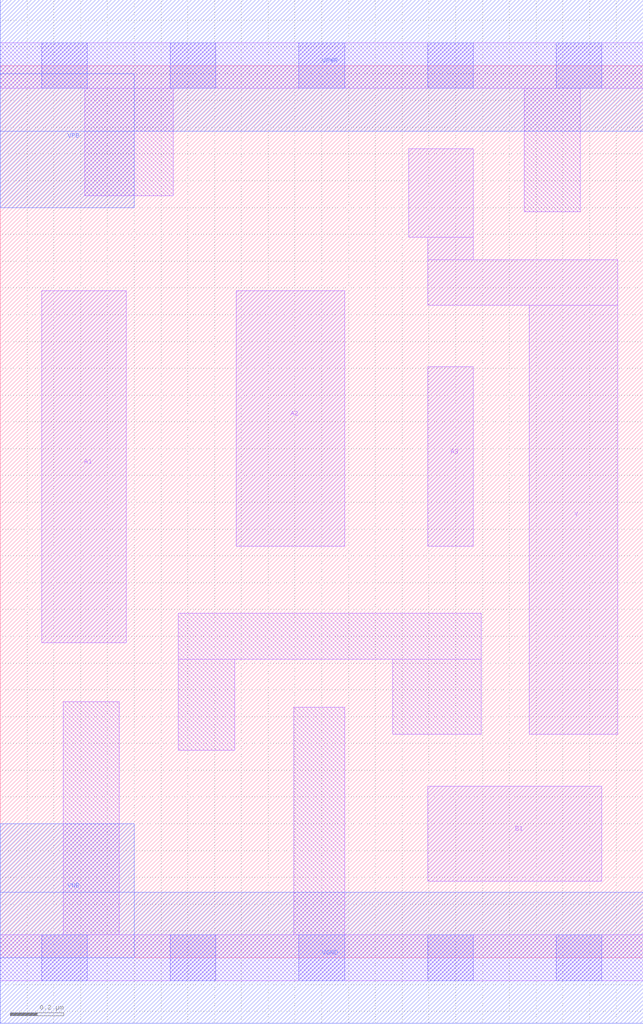
<source format=lef>
# Copyright 2020 The SkyWater PDK Authors
#
# Licensed under the Apache License, Version 2.0 (the "License");
# you may not use this file except in compliance with the License.
# You may obtain a copy of the License at
#
#     https://www.apache.org/licenses/LICENSE-2.0
#
# Unless required by applicable law or agreed to in writing, software
# distributed under the License is distributed on an "AS IS" BASIS,
# WITHOUT WARRANTIES OR CONDITIONS OF ANY KIND, either express or implied.
# See the License for the specific language governing permissions and
# limitations under the License.
#
# SPDX-License-Identifier: Apache-2.0

VERSION 5.5 ;
NAMESCASESENSITIVE ON ;
BUSBITCHARS "[]" ;
DIVIDERCHAR "/" ;
MACRO sky130_fd_sc_lp__o31ai_m
  CLASS CORE ;
  SOURCE USER ;
  ORIGIN  0.000000  0.000000 ;
  SIZE  2.400000 BY  3.330000 ;
  SYMMETRY X Y R90 ;
  SITE unit ;
  PIN A1
    ANTENNAGATEAREA  0.126000 ;
    DIRECTION INPUT ;
    USE SIGNAL ;
    PORT
      LAYER li1 ;
        RECT 0.155000 1.175000 0.470000 2.490000 ;
    END
  END A1
  PIN A2
    ANTENNAGATEAREA  0.126000 ;
    DIRECTION INPUT ;
    USE SIGNAL ;
    PORT
      LAYER li1 ;
        RECT 0.880000 1.535000 1.285000 2.490000 ;
    END
  END A2
  PIN A3
    ANTENNAGATEAREA  0.126000 ;
    DIRECTION INPUT ;
    USE SIGNAL ;
    PORT
      LAYER li1 ;
        RECT 1.595000 1.535000 1.765000 2.205000 ;
    END
  END A3
  PIN B1
    ANTENNAGATEAREA  0.126000 ;
    DIRECTION INPUT ;
    USE SIGNAL ;
    PORT
      LAYER li1 ;
        RECT 1.595000 0.285000 2.245000 0.640000 ;
    END
  END B1
  PIN Y
    ANTENNADIFFAREA  0.262500 ;
    DIRECTION OUTPUT ;
    USE SIGNAL ;
    PORT
      LAYER li1 ;
        RECT 1.525000 2.690000 1.765000 3.020000 ;
        RECT 1.595000 2.435000 2.305000 2.605000 ;
        RECT 1.595000 2.605000 1.765000 2.690000 ;
        RECT 1.975000 0.835000 2.305000 2.435000 ;
    END
  END Y
  PIN VGND
    DIRECTION INOUT ;
    USE GROUND ;
    PORT
      LAYER met1 ;
        RECT 0.000000 -0.245000 2.400000 0.245000 ;
    END
  END VGND
  PIN VNB
    DIRECTION INOUT ;
    USE GROUND ;
    PORT
      LAYER met1 ;
        RECT 0.000000 0.000000 0.500000 0.500000 ;
    END
  END VNB
  PIN VPB
    DIRECTION INOUT ;
    USE POWER ;
    PORT
      LAYER met1 ;
        RECT 0.000000 2.800000 0.500000 3.300000 ;
    END
  END VPB
  PIN VPWR
    DIRECTION INOUT ;
    USE POWER ;
    PORT
      LAYER met1 ;
        RECT 0.000000 3.085000 2.400000 3.575000 ;
    END
  END VPWR
  OBS
    LAYER li1 ;
      RECT 0.000000 -0.085000 2.400000 0.085000 ;
      RECT 0.000000  3.245000 2.400000 3.415000 ;
      RECT 0.235000  0.085000 0.445000 0.955000 ;
      RECT 0.315000  2.845000 0.645000 3.245000 ;
      RECT 0.665000  0.775000 0.875000 1.115000 ;
      RECT 0.665000  1.115000 1.795000 1.285000 ;
      RECT 1.095000  0.085000 1.285000 0.935000 ;
      RECT 1.465000  0.835000 1.795000 1.115000 ;
      RECT 1.955000  2.785000 2.165000 3.245000 ;
    LAYER mcon ;
      RECT 0.155000 -0.085000 0.325000 0.085000 ;
      RECT 0.155000  3.245000 0.325000 3.415000 ;
      RECT 0.635000 -0.085000 0.805000 0.085000 ;
      RECT 0.635000  3.245000 0.805000 3.415000 ;
      RECT 1.115000 -0.085000 1.285000 0.085000 ;
      RECT 1.115000  3.245000 1.285000 3.415000 ;
      RECT 1.595000 -0.085000 1.765000 0.085000 ;
      RECT 1.595000  3.245000 1.765000 3.415000 ;
      RECT 2.075000 -0.085000 2.245000 0.085000 ;
      RECT 2.075000  3.245000 2.245000 3.415000 ;
  END
END sky130_fd_sc_lp__o31ai_m
END LIBRARY

</source>
